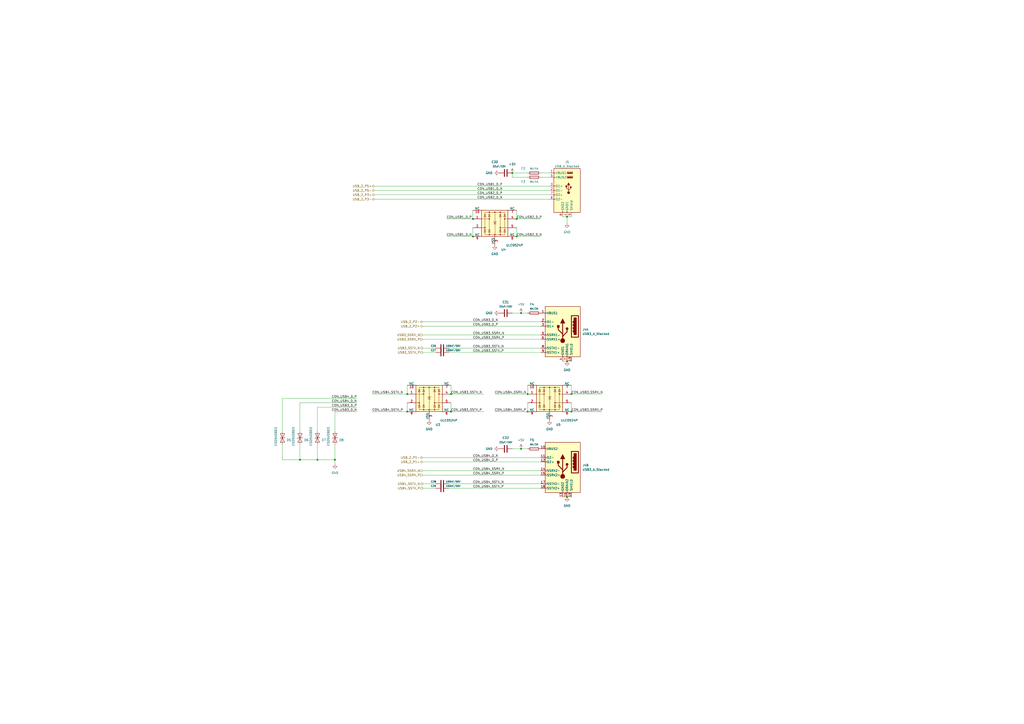
<source format=kicad_sch>
(kicad_sch (version 20231120) (generator "eeschema") (generator_version "8.0")
  (paper "A2")
  (title_block (title "NVR for LattePanda Mu") (date "2024-03-13") (rev "V1.0.0") (company "SpectreBoard"))
  (lib_symbols
    (symbol "Connector:USB3_A_Stacked" (pin_names (offset 1.016))
      (property "Reference" "J" (at -10.16 15.24 0))
      (property "Value" "USB3_A_Stacked" (at 10.16 15.24 0))
      (symbol "USB3_A_Stacked_0_0"
        (rectangle (start -9.144 8.636) (end -5.08 -3.81) (stroke (width 0.508)))
        (rectangle (start -7.874 7.366) (end -6.604 -2.286) (stroke (width 0.508)) (fill (type outline)))
        (rectangle (start -6.35 0) (end -6.096 -0.762) (stroke (width 0.508)))
        (rectangle (start -6.35 1.778) (end -6.096 1.016) (stroke (width 0.508)))
        (rectangle (start -6.35 3.556) (end -6.096 2.794) (stroke (width 0.508)))
        (rectangle (start -6.35 5.334) (end -6.096 4.572) (stroke (width 0.508)))
        (rectangle (start -2.794 -15.24) (end -2.286 -14.224))
        (rectangle (start -0.254 -15.24) (end 0.254 -14.224))
        (rectangle (start 10.16 -12.446) (end 9.144 -12.954))
        (rectangle (start 10.16 -9.906) (end 9.144 -10.414))
        (rectangle (start 10.16 -4.826) (end 9.144 -5.334))
        (rectangle (start 10.16 -2.286) (end 9.144 -2.794))
        (rectangle (start 10.16 2.794) (end 9.144 2.286))
        (rectangle (start 10.16 5.334) (end 9.144 4.826))
        (rectangle (start 10.16 10.414) (end 9.144 9.906))
      )
      (symbol "USB3_A_Stacked_0_1"
        (rectangle (start -10.16 13.97) (end 10.16 -15.24) (stroke (width 0.254)) (fill (type background)))
        (pin passive line (at -5.08 -17.78 90) (length 2.54) (name "SHIELD") (number "19"))
      )
      (symbol "USB3_A_Stacked_1_1"
        (circle (center -2.54 1.143) (radius 0.635) (stroke (width 0.254)) (fill (type outline)))
        (circle (center 0 -5.842) (radius 1.27) (fill (type outline)))
        (polyline (pts (xy 0 -5.842) (xy 0 4.318)) (stroke (width 0.508)))
        (polyline (pts (xy 0 -3.302) (xy -2.54 -0.762) (xy -2.54 0.508)) (stroke (width 0.508)))
        (polyline (pts (xy 0 -2.032) (xy 2.54 0.508) (xy 2.54 1.778)) (stroke (width 0.508)))
        (polyline (pts (xy -1.27 4.318) (xy 0 6.858) (xy 1.27 4.318) (xy -1.27 4.318)) (stroke (width 0.254)) (fill (type outline)))
        (rectangle (start 1.905 1.778) (end 3.175 3.048) (stroke (width 0.254)) (fill (type outline)))
        (pin power_in line (at 12.7 10.16 180) (length 2.54) (name "VBUS1") (number "1"))
        (pin bidirectional line (at 12.7 5.08 180) (length 2.54) (name "D1-") (number "2"))
        (pin bidirectional line (at 12.7 2.54 180) (length 2.54) (name "D1+") (number "3"))
        (pin power_in line (at 0 -17.78 90) (length 2.54) (name "GND1") (number "4"))
        (pin output line (at 12.7 -2.54 180) (length 2.54) (name "SSRX1-") (number "5"))
        (pin output line (at 12.7 -5.08 180) (length 2.54) (name "SSRX1+") (number "6"))
        (pin passive line (at -2.54 -17.78 90) (length 2.54) (name "DRAIN1") (number "7"))
        (pin input line (at 12.7 -10.16 180) (length 2.54) (name "SSTX1-") (number "8"))
        (pin input line (at 12.7 -12.7 180) (length 2.54) (name "SSTX1+") (number "9"))
      )
      (symbol "USB3_A_Stacked_2_1"
        (circle (center -2.54 1.143) (radius 0.635) (stroke (width 0.254)) (fill (type outline)))
        (circle (center 0 -5.842) (radius 1.27) (fill (type outline)))
        (polyline (pts (xy 0 -5.842) (xy 0 4.318)) (stroke (width 0.508)))
        (polyline (pts (xy 0 -3.302) (xy -2.54 -0.762) (xy -2.54 0.508)) (stroke (width 0.508)))
        (polyline (pts (xy 0 -2.032) (xy 2.54 0.508) (xy 2.54 1.778)) (stroke (width 0.508)))
        (polyline (pts (xy -1.27 4.318) (xy 0 6.858) (xy 1.27 4.318) (xy -1.27 4.318)) (stroke (width 0.254)) (fill (type outline)))
        (rectangle (start 1.905 1.778) (end 3.175 3.048) (stroke (width 0.254)) (fill (type outline)))
        (pin power_in line (at 12.7 10.16 180) (length 2.54) (name "VBUS2") (number "10"))
        (pin bidirectional line (at 12.7 5.08 180) (length 2.54) (name "D2-") (number "11"))
        (pin bidirectional line (at 12.7 2.54 180) (length 2.54) (name "D2+") (number "12"))
        (pin power_in line (at 0 -17.78 90) (length 2.54) (name "GND2") (number "13"))
        (pin output line (at 12.7 -2.54 180) (length 2.54) (name "SSRX2-") (number "14"))
        (pin output line (at 12.7 -5.08 180) (length 2.54) (name "SSRX2+") (number "15"))
        (pin passive line (at -2.54 -17.78 90) (length 2.54) (name "DRAIN2") (number "16"))
        (pin input line (at 12.7 -10.16 180) (length 2.54) (name "SSTX2-") (number "17"))
        (pin input line (at 12.7 -12.7 180) (length 2.54) (name "SSTX2+") (number "18"))
      )
    )
    (symbol "Connector:USB_A_Stacked" (pin_names (offset 1.016))
      (property "Reference" "J" (at 0 15.875 0))
      (property "Value" "USB_A_Stacked" (at 0 13.97 0))
      (symbol "USB_A_Stacked_0_1"
        (rectangle (start -7.62 12.7) (end 7.62 -12.7) (stroke (width 0.254)) (fill (type background)))
        (circle (center -2.159 1.905) (radius 0.381) (stroke (width 0.254)) (fill (type outline)))
        (circle (center -0.889 -1.27) (radius 0.635) (stroke (width 0.254)) (fill (type outline)))
        (rectangle (start -0.254 7.366) (end -3.048 7.874) (fill (type outline)))
        (rectangle (start -0.254 9.906) (end -3.048 10.414) (fill (type outline)))
        (rectangle (start -0.127 -12.7) (end 0.127 -11.938))
        (polyline (pts (xy -1.524 3.175) (xy -0.254 3.175) (xy -0.889 4.445) (xy -1.524 3.175)) (stroke (width 0.254)) (fill (type outline)))
        (polyline (pts (xy -0.889 -0.635) (xy -0.889 0) (xy -2.159 1.27) (xy -2.159 1.905)) (stroke (width 0.254)))
        (polyline (pts (xy -0.889 0) (xy -0.889 0.635) (xy 0.381 1.27) (xy 0.381 2.54)) (stroke (width 0.254)))
        (rectangle (start 0 2.794) (end 0.762 2.032) (stroke (width 0.254)) (fill (type outline)))
        (rectangle (start 0 7.112) (end -3.302 8.382))
        (rectangle (start 0 9.652) (end -3.302 10.922))
        (rectangle (start 2.413 -12.7) (end 2.667 -11.938))
        (rectangle (start 7.62 -5.207) (end 6.858 -4.953))
        (rectangle (start 7.62 -2.667) (end 6.858 -2.413))
        (rectangle (start 7.62 -0.127) (end 6.858 0.127))
        (rectangle (start 7.62 2.413) (end 6.858 2.667))
        (rectangle (start 7.62 7.493) (end 6.858 7.747))
        (rectangle (start 7.62 10.033) (end 6.858 10.287))
      )
      (symbol "USB_A_Stacked_1_1"
        (polyline (pts (xy -0.889 0.635) (xy -0.889 3.175)) (stroke (width 0.254)))
        (pin power_in line (at 10.16 10.16 180) (length 2.54) (name "VBUS1") (number "1"))
        (pin bidirectional line (at 10.16 0 180) (length 2.54) (name "D1-") (number "2"))
        (pin bidirectional line (at 10.16 2.54 180) (length 2.54) (name "D1+") (number "3"))
        (pin power_in line (at 0 -15.24 90) (length 2.54) (name "GND1") (number "4"))
        (pin power_in line (at 10.16 7.62 180) (length 2.54) (name "VBUS2") (number "5"))
        (pin bidirectional line (at 10.16 -5.08 180) (length 2.54) (name "D2-") (number "6"))
        (pin bidirectional line (at 10.16 -2.54 180) (length 2.54) (name "D2+") (number "7"))
        (pin power_in line (at 2.54 -15.24 90) (length 2.54) (name "GND2") (number "8"))
        (pin passive line (at -2.54 -15.24 90) (length 2.54) (name "Shield") (number "9"))
      )
    )
    (symbol "Device:C" (pin_numbers hide) (pin_names (offset 0.254))
      (property "Reference" "C" (at 0.635 2.54 0))
      (property "Value" "C" (at 0.635 -2.54 0))
      (symbol "C_0_1"
        (polyline (pts (xy -2.032 -0.762) (xy 2.032 -0.762)) (stroke (width 0.508)))
        (polyline (pts (xy -2.032 0.762) (xy 2.032 0.762)) (stroke (width 0.508)))
      )
      (symbol "C_1_1"
        (pin passive line (at 0 3.81 270) (length 2.794) (name "~") (number "1"))
        (pin passive line (at 0 -3.81 90) (length 2.794) (name "~") (number "2"))
      )
    )
    (symbol "Device:Fuse" (pin_numbers hide) (pin_names (offset 0))
      (property "Reference" "F" (at 2.032 0 90))
      (property "Value" "Fuse" (at -1.905 0 90))
      (symbol "Fuse_0_1"
        (rectangle (start -0.762 -2.54) (end 0.762 2.54) (stroke (width 0.254)))
        (polyline (pts (xy 0 2.54) (xy 0 -2.54)))
      )
      (symbol "Fuse_1_1"
        (pin passive line (at 0 3.81 270) (length 1.27) (name "~") (number "1"))
        (pin passive line (at 0 -3.81 90) (length 1.27) (name "~") (number "2"))
      )
    )
    (symbol "Diode:ESD9B5.0ST5G" (pin_numbers hide) (pin_names (offset 1.016) hide)
      (property "Reference" "D" (at 0 2.54 0))
      (property "Value" "ESD9B5.0ST5G" (at 0 -2.54 0))
      (symbol "ESD9B5.0ST5G_0_1"
        (polyline (pts (xy 1.27 0) (xy -1.27 0)))
        (polyline (pts (xy -2.54 -1.27) (xy 0 0) (xy -2.54 1.27) (xy -2.54 -1.27)) (stroke (width 0.2032)))
        (polyline (pts (xy 0.508 1.27) (xy 0 1.27) (xy 0 -1.27) (xy -0.508 -1.27)) (stroke (width 0.2032)))
        (polyline (pts (xy 2.54 1.27) (xy 2.54 -1.27) (xy 0 0) (xy 2.54 1.27)) (stroke (width 0.2032)))
      )
      (symbol "ESD9B5.0ST5G_1_1"
        (pin passive line (at -3.81 0 0) (length 2.54) (name "A1") (number "1"))
        (pin passive line (at 3.81 0 180) (length 2.54) (name "A2") (number "2"))
      )
    )
    (symbol "Power_Protection:D3V3XA4B10LP" (pin_names (offset 0))
      (property "Reference" "U" (at -0.635 8.89 0))
      (property "Value" "D3V3XA4B10LP" (at 8.89 -10.16 0))
      (symbol "D3V3XA4B10LP_0_0"
        (rectangle (start -5.715 6.477) (end 5.715 -6.604))
        (polyline (pts (xy -3.175 -6.604) (xy -3.175 6.477)))
        (polyline (pts (xy 0.127 6.477) (xy 0.127 -6.604)))
        (polyline (pts (xy 3.175 6.477) (xy 3.175 -6.604)))
      )
      (symbol "D3V3XA4B10LP_0_1"
        (rectangle (start -7.62 7.62) (end 7.62 -7.62) (stroke (width 0.254)) (fill (type background)))
        (circle (center -5.715 -2.54) (radius 0.2794) (fill (type outline)))
        (circle (center -3.175 -6.604) (radius 0.2794) (fill (type outline)))
        (circle (center -3.175 2.54) (radius 0.2794) (fill (type outline)))
        (circle (center -3.175 6.477) (radius 0.2794) (fill (type outline)))
        (circle (center 0 -6.604) (radius 0.2794) (fill (type outline)))
        (polyline (pts (xy -7.747 2.54) (xy -3.175 2.54)))
        (polyline (pts (xy -7.62 -2.54) (xy -5.715 -2.54)))
        (polyline (pts (xy -5.08 -3.81) (xy -6.35 -3.81)))
        (polyline (pts (xy -5.08 5.08) (xy -6.35 5.08)))
        (polyline (pts (xy -2.54 -3.81) (xy -3.81 -3.81)))
        (polyline (pts (xy -2.54 5.08) (xy -3.81 5.08)))
        (polyline (pts (xy -0.508 0.889) (xy -0.889 0.635)))
        (polyline (pts (xy 0 -6.604) (xy 0 -7.62)))
        (polyline (pts (xy 0.762 0.889) (xy -0.508 0.889)))
        (polyline (pts (xy 0.762 0.889) (xy 1.143 1.143)))
        (polyline (pts (xy 3.81 -3.81) (xy 2.54 -3.81)))
        (polyline (pts (xy 3.81 5.08) (xy 2.54 5.08)))
        (polyline (pts (xy 6.35 -3.81) (xy 5.08 -3.81)))
        (polyline (pts (xy 6.35 5.08) (xy 5.08 5.08)))
        (polyline (pts (xy 7.62 -2.54) (xy 3.175 -2.54)))
        (polyline (pts (xy 7.62 2.54) (xy 5.715 2.54)))
        (polyline (pts (xy -5.08 -5.08) (xy -6.35 -5.08) (xy -5.715 -3.81) (xy -5.08 -5.08)))
        (polyline (pts (xy -5.08 3.81) (xy -6.35 3.81) (xy -5.715 5.08) (xy -5.08 3.81)))
        (polyline (pts (xy -2.54 -5.08) (xy -3.81 -5.08) (xy -3.175 -3.81) (xy -2.54 -5.08)))
        (polyline (pts (xy -2.54 3.81) (xy -3.81 3.81) (xy -3.175 5.08) (xy -2.54 3.81)))
        (polyline (pts (xy 0.762 -0.381) (xy -0.508 -0.381) (xy 0.127 0.889) (xy 0.762 -0.381)))
        (polyline (pts (xy 3.81 -5.08) (xy 2.54 -5.08) (xy 3.175 -3.81) (xy 3.81 -5.08)))
        (polyline (pts (xy 3.81 3.81) (xy 2.54 3.81) (xy 3.175 5.08) (xy 3.81 3.81)))
        (polyline (pts (xy 6.35 -5.08) (xy 5.08 -5.08) (xy 5.715 -3.81) (xy 6.35 -5.08)))
        (polyline (pts (xy 6.35 3.81) (xy 5.08 3.81) (xy 5.715 5.08) (xy 6.35 3.81)))
        (circle (center 0 6.477) (radius 0.2794) (fill (type outline)))
        (circle (center 3.175 -6.604) (radius 0.2794) (fill (type outline)))
        (circle (center 3.175 -2.54) (radius 0.2794) (fill (type outline)))
        (circle (center 3.175 6.477) (radius 0.2794) (fill (type outline)))
        (circle (center 5.715 2.54) (radius 0.2794) (fill (type outline)))
      )
      (symbol "D3V3XA4B10LP_1_1"
        (pin passive line (at -12.7 2.54 0) (length 5.08) (name "~") (number "1"))
        (pin free line (at -12.7 7.62 0) (length 5.08) (name "NC") (number "10"))
        (pin passive line (at -12.7 -2.54 0) (length 5.08) (name "~") (number "2"))
        (pin power_in line (at 0 -12.7 90) (length 5.08) (name "VSS") (number "3"))
        (pin passive line (at 12.7 2.54 180) (length 5.08) (name "~") (number "4"))
        (pin passive line (at 12.7 -2.54 180) (length 5.08) (name "~") (number "5"))
        (pin free line (at 12.7 -7.62 180) (length 5.08) (name "NC") (number "6"))
        (pin free line (at 12.7 7.62 180) (length 5.08) (name "NC") (number "7"))
        (pin passive line (at 0 -12.7 90) (length 5.08) hide (name "VSS") (number "8"))
        (pin free line (at -12.7 -7.62 0) (length 5.08) (name "NC") (number "9"))
      )
    )
    (symbol "power:+5V" (power) (pin_numbers hide) (pin_names (offset 0) hide)
      (property "Value" "+5V" (at 0 3.556 0))
      (symbol "+5V_0_1"
        (polyline (pts (xy -0.762 1.27) (xy 0 2.54)))
        (polyline (pts (xy 0 0) (xy 0 2.54)))
        (polyline (pts (xy 0 2.54) (xy 0.762 1.27)))
      )
      (symbol "+5V_1_1"
        (pin power_in line (at 0 0 90) (length 0) (name "~") (number "1"))
      )
    )
    (symbol "power:GND" (power) (pin_numbers hide) (pin_names (offset 0) hide)
      (property "Value" "GND" (at 0 -3.81 0))
      (symbol "GND_0_1"
        (polyline (pts (xy 0 0) (xy 0 -1.27) (xy 1.27 -1.27) (xy 0 -2.54) (xy -1.27 -1.27) (xy 0 -1.27)))
      )
      (symbol "GND_1_1"
        (pin power_in line (at 0 0 270) (length 0) (name "~") (number "1"))
      )
    )
  )
  (junction (at 261.62 228.6))
  (junction (at 274.32 137.16))
  (junction (at 328.93 288.29))
  (junction (at 299.72 127))
  (junction (at 302.26 260.35))
  (junction (at 302.26 181.61))
  (junction (at 274.32 127))
  (junction (at 194.31 266.7))
  (junction (at 261.62 238.76))
  (junction (at 236.22 228.6))
  (junction (at 184.15 266.7))
  (junction (at 297.18 100.33))
  (junction (at 173.99 266.7))
  (junction (at 331.47 238.76))
  (junction (at 331.47 228.6))
  (junction (at 306.07 238.76))
  (junction (at 328.93 125.73))
  (junction (at 328.93 209.55))
  (junction (at 299.72 137.16))
  (junction (at 306.07 228.6))
  (junction (at 236.22 238.76))
  (wire (pts (xy 217.17 107.95) (xy 318.77 107.95)))
  (wire (pts (xy 261.62 223.52) (xy 261.62 228.6)))
  (wire (pts (xy 260.35 280.67) (xy 313.69 280.67)))
  (wire (pts (xy 163.83 231.14) (xy 163.83 250.19)))
  (wire (pts (xy 245.11 265.43) (xy 313.69 265.43)))
  (wire (pts (xy 313.69 100.33) (xy 318.77 100.33)))
  (wire (pts (xy 245.11 204.47) (xy 252.73 204.47)))
  (wire (pts (xy 328.93 288.29) (xy 331.47 288.29)))
  (wire (pts (xy 313.69 102.87) (xy 318.77 102.87)))
  (wire (pts (xy 245.11 196.85) (xy 313.69 196.85)))
  (wire (pts (xy 331.47 238.76) (xy 349.25 238.76)))
  (wire (pts (xy 274.32 121.92) (xy 274.32 127)))
  (wire (pts (xy 245.11 280.67) (xy 252.73 280.67)))
  (wire (pts (xy 215.9 238.76) (xy 236.22 238.76)))
  (wire (pts (xy 326.39 288.29) (xy 328.93 288.29)))
  (wire (pts (xy 261.62 238.76) (xy 280.67 238.76)))
  (wire (pts (xy 297.18 102.87) (xy 297.18 100.33)))
  (wire (pts (xy 299.72 121.92) (xy 299.72 127)))
  (wire (pts (xy 328.93 125.73) (xy 331.47 125.73)))
  (wire (pts (xy 184.15 236.22) (xy 184.15 250.19)))
  (wire (pts (xy 207.01 236.22) (xy 184.15 236.22)))
  (wire (pts (xy 306.07 223.52) (xy 306.07 228.6)))
  (wire (pts (xy 302.26 181.61) (xy 306.07 181.61)))
  (wire (pts (xy 287.02 228.6) (xy 306.07 228.6)))
  (wire (pts (xy 217.17 115.57) (xy 318.77 115.57)))
  (wire (pts (xy 245.11 189.23) (xy 313.69 189.23)))
  (wire (pts (xy 331.47 228.6) (xy 349.25 228.6)))
  (wire (pts (xy 274.32 132.08) (xy 274.32 137.16)))
  (wire (pts (xy 297.18 100.33) (xy 306.07 100.33)))
  (wire (pts (xy 163.83 257.81) (xy 163.83 266.7)))
  (wire (pts (xy 184.15 266.7) (xy 194.31 266.7)))
  (wire (pts (xy 299.72 137.16) (xy 313.69 137.16)))
  (wire (pts (xy 306.07 102.87) (xy 297.18 102.87)))
  (wire (pts (xy 217.17 113.03) (xy 318.77 113.03)))
  (wire (pts (xy 184.15 257.81) (xy 184.15 266.7)))
  (wire (pts (xy 217.17 110.49) (xy 318.77 110.49)))
  (wire (pts (xy 299.72 127) (xy 313.69 127)))
  (wire (pts (xy 331.47 233.68) (xy 331.47 238.76)))
  (wire (pts (xy 245.11 186.69) (xy 313.69 186.69)))
  (wire (pts (xy 331.47 223.52) (xy 331.47 228.6)))
  (wire (pts (xy 302.26 260.35) (xy 306.07 260.35)))
  (wire (pts (xy 173.99 233.68) (xy 207.01 233.68)))
  (wire (pts (xy 326.39 209.55) (xy 328.93 209.55)))
  (wire (pts (xy 259.08 127) (xy 274.32 127)))
  (wire (pts (xy 236.22 223.52) (xy 236.22 228.6)))
  (wire (pts (xy 245.11 283.21) (xy 252.73 283.21)))
  (wire (pts (xy 194.31 257.81) (xy 194.31 266.7)))
  (wire (pts (xy 215.9 228.6) (xy 236.22 228.6)))
  (wire (pts (xy 299.72 132.08) (xy 299.72 137.16)))
  (wire (pts (xy 245.11 194.31) (xy 313.69 194.31)))
  (wire (pts (xy 261.62 228.6) (xy 280.67 228.6)))
  (wire (pts (xy 163.83 231.14) (xy 207.01 231.14)))
  (wire (pts (xy 194.31 269.24) (xy 194.31 266.7)))
  (wire (pts (xy 302.26 181.61) (xy 297.18 181.61)))
  (wire (pts (xy 260.35 201.93) (xy 313.69 201.93)))
  (wire (pts (xy 260.35 283.21) (xy 313.69 283.21)))
  (wire (pts (xy 328.93 125.73) (xy 328.93 129.54)))
  (wire (pts (xy 245.11 273.05) (xy 313.69 273.05)))
  (wire (pts (xy 328.93 209.55) (xy 331.47 209.55)))
  (wire (pts (xy 302.26 260.35) (xy 297.18 260.35)))
  (wire (pts (xy 261.62 233.68) (xy 261.62 238.76)))
  (wire (pts (xy 287.02 238.76) (xy 306.07 238.76)))
  (wire (pts (xy 260.35 204.47) (xy 313.69 204.47)))
  (wire (pts (xy 163.83 266.7) (xy 173.99 266.7)))
  (wire (pts (xy 173.99 257.81) (xy 173.99 266.7)))
  (wire (pts (xy 326.39 125.73) (xy 328.93 125.73)))
  (wire (pts (xy 245.11 267.97) (xy 313.69 267.97)))
  (wire (pts (xy 245.11 201.93) (xy 252.73 201.93)))
  (wire (pts (xy 245.11 275.59) (xy 313.69 275.59)))
  (wire (pts (xy 306.07 233.68) (xy 306.07 238.76)))
  (wire (pts (xy 194.31 238.76) (xy 207.01 238.76)))
  (wire (pts (xy 259.08 137.16) (xy 274.32 137.16)))
  (wire (pts (xy 236.22 233.68) (xy 236.22 238.76)))
  (wire (pts (xy 173.99 250.19) (xy 173.99 233.68)))
  (wire (pts (xy 194.31 250.19) (xy 194.31 238.76)))
  (wire (pts (xy 173.99 266.7) (xy 184.15 266.7)))
  (label "CON_USB3_SSTX_N" (at 261.62 228.6 0))
  (label "CON_USB2_D_P" (at 276.86 113.03 0))
  (label "CON_USB3_SSRX_P" (at 274.32 196.85 0))
  (label "CON_USB4_D_N" (at 207.01 233.68 180))
  (label "CON_USB4_D_P" (at 207.01 231.14 180))
  (label "CON_USB3_SSTX_P" (at 261.62 238.76 0))
  (label "CON_USB2_D_N" (at 276.86 115.57 0))
  (label "CON_USB1_D_P" (at 276.86 107.95 0))
  (label "CON_USB4_SSTX_P" (at 215.9 238.76 0))
  (label "CON_USB3_SSRX_N" (at 331.47 228.6 0))
  (label "CON_USB4_SSTX_N" (at 274.32 280.67 0))
  (label "CON_USB3_D_N" (at 207.01 238.76 180))
  (label "CON_USB4_SSRX_N" (at 287.02 228.6 0))
  (label "CON_USB4_SSRX_P" (at 274.32 275.59 0))
  (label "CON_USB3_D_P" (at 207.01 236.22 180))
  (label "CON_USB3_D_P" (at 274.32 189.23 0))
  (label "CON_USB3_SSRX_N" (at 274.32 194.31 0))
  (label "CON_USB4_SSTX_P" (at 274.32 283.21 0))
  (label "CON_USB4_SSRX_N" (at 274.32 273.05 0))
  (label "CON_USB2_D_N" (at 299.72 137.16 0))
  (label "CON_USB4_D_N" (at 274.32 265.43 0))
  (label "CON_USB3_SSTX_P" (at 274.32 204.47 0))
  (label "CON_USB4_D_P" (at 274.32 267.97 0))
  (label "CON_USB3_D_N" (at 274.32 186.69 0))
  (label "CON_USB3_SSTX_N" (at 274.32 201.93 0))
  (label "CON_USB1_D_N" (at 276.86 110.49 0))
  (label "CON_USB4_SSTX_N" (at 215.9 228.6 0))
  (label "CON_USB1_D_P" (at 259.08 127 0))
  (label "CON_USB4_SSRX_P" (at 287.02 238.76 0))
  (label "CON_USB2_D_P" (at 299.72 127 0))
  (label "CON_USB3_SSRX_P" (at 331.47 238.76 0))
  (label "CON_USB1_D_N" (at 259.08 137.16 0))
  (hierarchical_label "USB_2_P1+" (shape bidirectional) (at 245.11 267.97 180))
  (hierarchical_label "USB_2_P2-" (shape bidirectional) (at 245.11 186.69 180))
  (hierarchical_label "USB_2_P3-" (shape bidirectional) (at 217.17 115.57 180))
  (hierarchical_label "USB_2_P2+" (shape bidirectional) (at 245.11 189.23 180))
  (hierarchical_label "USB3_SSRX_P" (shape input) (at 245.11 196.85 180))
  (hierarchical_label "USB4_SSTX_N" (shape output) (at 245.11 280.67 180))
  (hierarchical_label "USB_2_P3+" (shape bidirectional) (at 217.17 113.03 180))
  (hierarchical_label "USB4_SSRX_P" (shape input) (at 245.11 275.59 180))
  (hierarchical_label "USB_2_P1-" (shape bidirectional) (at 245.11 265.43 180))
  (hierarchical_label "USB3_SSTX_P" (shape output) (at 245.11 204.47 180))
  (hierarchical_label "USB3_SSTX_N" (shape output) (at 245.11 201.93 180))
  (hierarchical_label "USB3_SSRX_N" (shape input) (at 245.11 194.31 180))
  (hierarchical_label "USB4_SSRX_N" (shape input) (at 245.11 273.05 180))
  (hierarchical_label "USB_2_P5-" (shape bidirectional) (at 217.17 110.49 180))
  (hierarchical_label "USB_2_P5+" (shape bidirectional) (at 217.17 107.95 180))
  (hierarchical_label "USB4_SSTX_P" (shape output) (at 245.11 283.21 180))
  (symbol (lib_id "Diode:ESD9B5.0ST5G") (at 173.99 254 270) (mirror x) (unit 1)
    (property "Reference" "D6" (at 179.07 255.27 90) (effects (justify right)))
    (property "Value" "ESD5V0B03" (at 170.18 247.65 0) (effects (justify right)))
    (property "Footprint" "Diode_SMD:D_SOD-923" (effects (hide yes)))
    (property "Datasheet" "https://www.onsemi.com/pub/Collateral/ESD9B-D.PDF" (effects (hide yes)))
    (property "Description" "ESD protection diode, 5.0Vrwm, SOD-923" (effects (hide yes)))
    (property "SCH_Show_Footprint" "D0402" (effects (hide yes)))
  )
  (symbol (lib_id "Device:Fuse") (at 309.88 100.33 90) (unit 1)
    (property "Reference" "F2" (at 303.53 97.79 90))
    (property "Value" "6V/1A" (at 309.88 97.79 90) (effects (font (size 1 1))))
    (property "Footprint" "A_HDJ_Library:Fuse_0805_2012Metric" (effects (hide yes)))
    (property "Description" "Fuse" (effects (hide yes)))
    (property "SCH_Show_Footprint" "R0603" (effects (hide yes)))
  )
  (symbol (lib_id "power:GND") (at 289.56 181.61 270) (unit 1)
    (property "Reference" "#PWR036" (effects (hide yes)))
    (property "Value" "GND" (at 285.75 181.61 90) (effects (justify right)))
    (property "Description" "Power symbol creates a global label with name \"GND\" , ground" (effects (hide yes)))
  )
  (symbol (lib_id "power:GND") (at 248.92 243.84 0) (unit 1)
    (property "Reference" "#PWR033" (effects (hide yes)))
    (property "Value" "GND" (at 248.92 248.92 0))
    (property "Description" "Power symbol creates a global label with name \"GND\" , ground" (effects (hide yes)))
  )
  (symbol (lib_id "Connector:USB3_A_Stacked") (at 326.39 191.77 0) (mirror y) (unit 1)
    (property "Reference" "J4" (at 337.82 191.135 0) (effects (justify right)))
    (property "Value" "USB3_A_Stacked" (at 337.82 193.675 0) (effects (justify right)))
    (property "Footprint" "A_HDJ_Library:USB3_A_Molex_48406-0001_Horizontal_Stacked" (effects (hide yes)))
    (property "Description" "USB 3.0 A connector, stacked" (effects (hide yes)))
  )
  (symbol (lib_id "Power_Protection:D3V3XA4B10LP") (at 287.02 129.54 0) (unit 1)
    (property "Reference" "U4" (at 292.1 144.78 0))
    (property "Value" "ULC0524P" (at 298.45 142.24 0))
    (property "Footprint" "Package_DFN_QFN:Diodes_UDFN-10_1.0x2.5mm_P0.5mm" (effects (hide yes)))
    (property "Datasheet" "https://www.diodes.com/assets/Datasheets/D3V3XA4B10LP.pdf" (effects (hide yes)))
    (property "Description" "4-Channel Low Capacitance TVS Diode Array, DFN-10" (effects (hide yes)))
  )
  (symbol (lib_id "Device:C") (at 293.37 181.61 90) (unit 1)
    (property "Reference" "C31" (at 293.37 175.26 90))
    (property "Value" "22uF/10V" (at 293.37 177.8 90) (effects (font (size 1 1))))
    (property "Footprint" "A_HDJ_Library:C_0603_1608Metric" (effects (hide yes)))
    (property "Description" "Unpolarized capacitor" (effects (hide yes)))
    (property "SCH_Show_Footprint" "C603" (effects (hide yes)))
  )
  (symbol (lib_id "Power_Protection:D3V3XA4B10LP") (at 318.77 231.14 0) (unit 1)
    (property "Reference" "U5" (at 323.85 246.38 0))
    (property "Value" "ULC0524P" (at 330.2 243.84 0))
    (property "Footprint" "Package_DFN_QFN:Diodes_UDFN-10_1.0x2.5mm_P0.5mm" (effects (hide yes)))
    (property "Datasheet" "https://www.diodes.com/assets/Datasheets/D3V3XA4B10LP.pdf" (effects (hide yes)))
    (property "Description" "4-Channel Low Capacitance TVS Diode Array, DFN-10" (effects (hide yes)))
  )
  (symbol (lib_id "Device:C") (at 256.54 201.93 90) (unit 1)
    (property "Reference" "C26" (at 251.46 200.66 90) (effects (font (size 1 1))))
    (property "Value" "100nF/50V" (at 262.89 200.66 90) (effects (font (size 1 1))))
    (property "Footprint" "A_HDJ_Library:C_0402_1005Metric" (effects (hide yes)))
    (property "Description" "Unpolarized capacitor" (effects (hide yes)))
    (property "SCH_Show_Footprint" "C0402" (effects (hide yes)))
  )
  (symbol (lib_id "Device:Fuse") (at 309.88 102.87 90) (unit 1)
    (property "Reference" "F3" (at 303.53 105.41 90))
    (property "Value" "6V/1A" (at 309.88 105.41 90) (effects (font (size 1 1))))
    (property "Footprint" "A_HDJ_Library:Fuse_0805_2012Metric" (effects (hide yes)))
    (property "Description" "Fuse" (effects (hide yes)))
    (property "SCH_Show_Footprint" "R0603" (effects (hide yes)))
  )
  (symbol (lib_id "power:GND") (at 328.93 288.29 0) (unit 1)
    (property "Reference" "#PWR044" (effects (hide yes)))
    (property "Value" "GND" (at 328.93 293.37 0))
    (property "Description" "Power symbol creates a global label with name \"GND\" , ground" (effects (hide yes)))
  )
  (symbol (lib_id "Device:Fuse") (at 309.88 181.61 90) (unit 1)
    (property "Reference" "F4" (at 308.61 176.53 90))
    (property "Value" "6V/2A" (at 309.88 179.07 90) (effects (font (size 1 1))))
    (property "Footprint" "A_HDJ_Library:R_0805_2012Metric" (effects (hide yes)))
    (property "Description" "Fuse" (effects (hide yes)))
    (property "SCH_Show_Footprint" "R0805" (effects (hide yes)))
  )
  (symbol (lib_id "Diode:ESD9B5.0ST5G") (at 184.15 254 270) (mirror x) (unit 1)
    (property "Reference" "D7" (at 189.23 255.27 90) (effects (justify right)))
    (property "Value" "ESD5V0B03" (at 180.34 247.65 0) (effects (justify right)))
    (property "Footprint" "Diode_SMD:D_SOD-923" (effects (hide yes)))
    (property "Datasheet" "https://www.onsemi.com/pub/Collateral/ESD9B-D.PDF" (effects (hide yes)))
    (property "Description" "ESD protection diode, 5.0Vrwm, SOD-923" (effects (hide yes)))
    (property "SCH_Show_Footprint" "D0402" (effects (hide yes)))
  )
  (symbol (lib_id "power:GND") (at 194.31 269.24 0) (mirror y) (unit 1)
    (property "Reference" "#PWR032" (effects (hide yes)))
    (property "Value" "GND" (at 194.31 274.32 0))
    (property "Description" "Power symbol creates a global label with name \"GND\" , ground" (effects (hide yes)))
  )
  (symbol (lib_id "Device:C") (at 256.54 204.47 90) (unit 1)
    (property "Reference" "C27" (at 251.46 203.2 90) (effects (font (size 1 1))))
    (property "Value" "100nF/50V" (at 262.89 203.2 90) (effects (font (size 1 1))))
    (property "Footprint" "A_HDJ_Library:C_0402_1005Metric" (effects (hide yes)))
    (property "Description" "Unpolarized capacitor" (effects (hide yes)))
    (property "SCH_Show_Footprint" "C0402" (effects (hide yes)))
  )
  (symbol (lib_id "Diode:ESD9B5.0ST5G") (at 194.31 254 270) (mirror x) (unit 1)
    (property "Reference" "D8" (at 199.39 255.27 90) (effects (justify right)))
    (property "Value" "ESD5V0B03" (at 190.5 247.65 0) (effects (justify right)))
    (property "Footprint" "Diode_SMD:D_SOD-923" (effects (hide yes)))
    (property "Datasheet" "https://www.onsemi.com/pub/Collateral/ESD9B-D.PDF" (effects (hide yes)))
    (property "Description" "ESD protection diode, 5.0Vrwm, SOD-923" (effects (hide yes)))
    (property "SCH_Show_Footprint" "D0402" (effects (hide yes)))
  )
  (symbol (lib_id "power:GND") (at 328.93 209.55 0) (unit 1)
    (property "Reference" "#PWR043" (effects (hide yes)))
    (property "Value" "GND" (at 328.93 214.63 0))
    (property "Description" "Power symbol creates a global label with name \"GND\" , ground" (effects (hide yes)))
  )
  (symbol (lib_id "Connector:USB3_A_Stacked") (at 326.39 270.51 0) (mirror y) (unit 2)
    (property "Reference" "J4" (at 337.82 269.875 0) (effects (justify right)))
    (property "Value" "USB3_A_Stacked" (at 337.82 272.415 0) (effects (justify right)))
    (property "Footprint" "A_HDJ_Library:USB3_A_Molex_48406-0001_Horizontal_Stacked" (effects (hide yes)))
    (property "Description" "USB 3.0 A connector, stacked" (effects (hide yes)))
  )
  (symbol (lib_id "Device:C") (at 293.37 100.33 90) (unit 1)
    (property "Reference" "C30" (at 287.02 93.98 90))
    (property "Value" "22uF/10V" (at 289.56 96.52 90) (effects (font (size 1 1))))
    (property "Footprint" "A_HDJ_Library:C_0603_1608Metric" (effects (hide yes)))
    (property "Description" "Unpolarized capacitor" (effects (hide yes)))
    (property "SCH_Show_Footprint" "C603" (effects (hide yes)))
  )
  (symbol (lib_id "power:+5V") (at 302.26 260.35 0) (unit 1)
    (property "Reference" "#PWR040" (effects (hide yes)))
    (property "Value" "+5V" (at 302.26 255.27 0))
    (property "Description" "Power symbol creates a global label with name \"+5V\"" (effects (hide yes)))
  )
  (symbol (lib_id "Connector:USB_A_Stacked") (at 328.93 110.49 0) (mirror y) (unit 1)
    (property "Reference" "J5" (at 328.93 93.98 0))
    (property "Value" "USB_A_Stacked" (at 328.93 96.52 0))
    (property "Footprint" "A_HDJ_Library:USB_A_CUI_UJ2-ADH-TH_Horizontal_Stacked" (effects (hide yes)))
    (property "Description" "USB Type A connector, stacked" (effects (hide yes)))
  )
  (symbol (lib_id "Device:C") (at 256.54 280.67 90) (unit 1)
    (property "Reference" "C28" (at 251.46 279.4 90) (effects (font (size 1 1))))
    (property "Value" "100nF/50V" (at 262.89 279.4 90) (effects (font (size 1 1))))
    (property "Footprint" "A_HDJ_Library:C_0402_1005Metric" (effects (hide yes)))
    (property "Description" "Unpolarized capacitor" (effects (hide yes)))
    (property "SCH_Show_Footprint" "C0402" (effects (hide yes)))
  )
  (symbol (lib_id "power:GND") (at 318.77 243.84 0) (unit 1)
    (property "Reference" "#PWR041" (effects (hide yes)))
    (property "Value" "GND" (at 318.77 248.92 0))
    (property "Description" "Power symbol creates a global label with name \"GND\" , ground" (effects (hide yes)))
  )
  (symbol (lib_id "Device:C") (at 293.37 260.35 90) (unit 1)
    (property "Reference" "C32" (at 293.37 254 90))
    (property "Value" "22uF/10V" (at 293.37 256.54 90) (effects (font (size 1 1))))
    (property "Footprint" "A_HDJ_Library:C_0603_1608Metric" (effects (hide yes)))
    (property "Description" "Unpolarized capacitor" (effects (hide yes)))
    (property "SCH_Show_Footprint" "C603" (effects (hide yes)))
  )
  (symbol (lib_id "Device:C") (at 256.54 283.21 90) (unit 1)
    (property "Reference" "C29" (at 251.46 281.94 90) (effects (font (size 1 1))))
    (property "Value" "100nF/50V" (at 262.89 281.94 90) (effects (font (size 1 1))))
    (property "Footprint" "A_HDJ_Library:C_0402_1005Metric" (effects (hide yes)))
    (property "Description" "Unpolarized capacitor" (effects (hide yes)))
    (property "SCH_Show_Footprint" "C0402" (effects (hide yes)))
  )
  (symbol (lib_id "Power_Protection:D3V3XA4B10LP") (at 248.92 231.14 0) (unit 1)
    (property "Reference" "U3" (at 254 246.38 0))
    (property "Value" "ULC0524P" (at 260.35 243.84 0))
    (property "Footprint" "Package_DFN_QFN:Diodes_UDFN-10_1.0x2.5mm_P0.5mm" (effects (hide yes)))
    (property "Datasheet" "https://www.diodes.com/assets/Datasheets/D3V3XA4B10LP.pdf" (effects (hide yes)))
    (property "Description" "4-Channel Low Capacitance TVS Diode Array, DFN-10" (effects (hide yes)))
  )
  (symbol (lib_id "power:GND") (at 289.56 100.33 270) (unit 1)
    (property "Reference" "#PWR035" (effects (hide yes)))
    (property "Value" "GND" (at 285.75 100.33 90) (effects (justify right)))
    (property "Description" "Power symbol creates a global label with name \"GND\" , ground" (effects (hide yes)))
  )
  (symbol (lib_id "power:GND") (at 287.02 142.24 0) (unit 1)
    (property "Reference" "#PWR034" (effects (hide yes)))
    (property "Value" "GND" (at 287.02 147.32 0))
    (property "Description" "Power symbol creates a global label with name \"GND\" , ground" (effects (hide yes)))
  )
  (symbol (lib_id "Diode:ESD9B5.0ST5G") (at 163.83 254 270) (mirror x) (unit 1)
    (property "Reference" "D5" (at 168.91 255.27 90) (effects (justify right)))
    (property "Value" "ESD5V0B03" (at 160.02 247.65 0) (effects (justify right)))
    (property "Footprint" "Diode_SMD:D_SOD-923" (effects (hide yes)))
    (property "Datasheet" "https://www.onsemi.com/pub/Collateral/ESD9B-D.PDF" (effects (hide yes)))
    (property "Description" "ESD protection diode, 5.0Vrwm, SOD-923" (effects (hide yes)))
    (property "SCH_Show_Footprint" "D0402" (effects (hide yes)))
  )
  (symbol (lib_id "power:GND") (at 289.56 260.35 270) (unit 1)
    (property "Reference" "#PWR037" (effects (hide yes)))
    (property "Value" "GND" (at 285.75 260.35 90) (effects (justify right)))
    (property "Description" "Power symbol creates a global label with name \"GND\" , ground" (effects (hide yes)))
  )
  (symbol (lib_id "Device:Fuse") (at 309.88 260.35 90) (unit 1)
    (property "Reference" "F5" (at 308.61 255.27 90))
    (property "Value" "6V/2A" (at 309.88 257.81 90) (effects (font (size 1 1))))
    (property "Footprint" "A_HDJ_Library:Fuse_0805_2012Metric" (effects (hide yes)))
    (property "Description" "Fuse" (effects (hide yes)))
    (property "SCH_Show_Footprint" "R0805" (effects (hide yes)))
  )
  (symbol (lib_id "power:+5V") (at 297.18 100.33 0) (unit 1)
    (property "Reference" "#PWR038" (effects (hide yes)))
    (property "Value" "+5V" (at 297.18 95.25 0))
    (property "Description" "Power symbol creates a global label with name \"+5V\"" (effects (hide yes)))
  )
  (symbol (lib_id "power:+5V") (at 302.26 181.61 0) (unit 1)
    (property "Reference" "#PWR039" (effects (hide yes)))
    (property "Value" "+5V" (at 302.26 176.53 0))
    (property "Description" "Power symbol creates a global label with name \"+5V\"" (effects (hide yes)))
  )
  (symbol (lib_id "power:GND") (at 328.93 129.54 0) (unit 1)
    (property "Reference" "#PWR042" (effects (hide yes)))
    (property "Value" "GND" (at 328.93 134.62 0))
    (property "Description" "Power symbol creates a global label with name \"GND\" , ground" (effects (hide yes)))
  )
)
</source>
